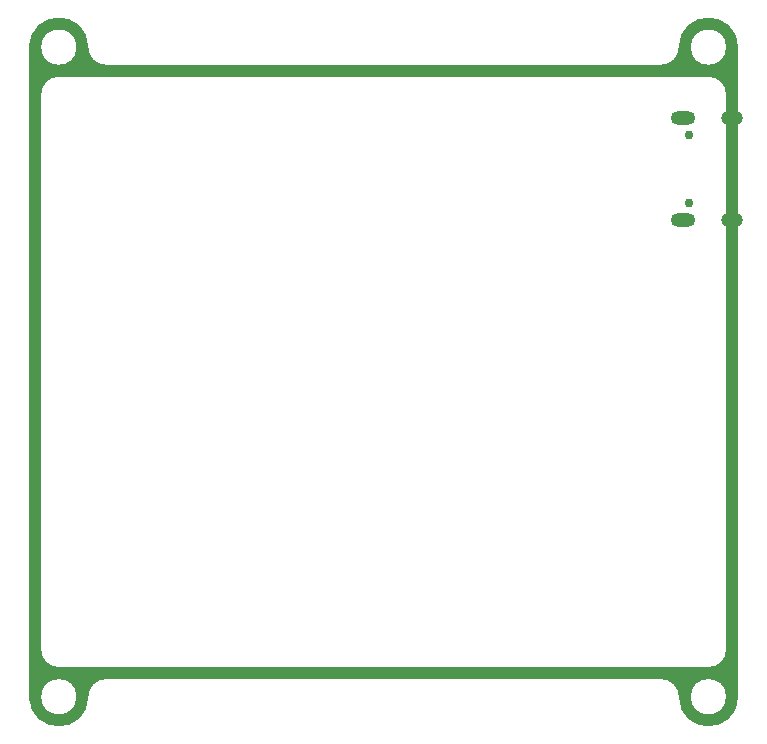
<source format=gbr>
%TF.GenerationSoftware,KiCad,Pcbnew,8.0.8*%
%TF.CreationDate,2025-05-20T22:02:41+02:00*%
%TF.ProjectId,Bernd_V1,4265726e-645f-4563-912e-6b696361645f,REV3*%
%TF.SameCoordinates,Original*%
%TF.FileFunction,Soldermask,Bot*%
%TF.FilePolarity,Negative*%
%FSLAX46Y46*%
G04 Gerber Fmt 4.6, Leading zero omitted, Abs format (unit mm)*
G04 Created by KiCad (PCBNEW 8.0.8) date 2025-05-20 22:02:41*
%MOMM*%
%LPD*%
G01*
G04 APERTURE LIST*
%ADD10C,1.000000*%
%ADD11C,0.760025*%
%ADD12O,2.060000X1.160000*%
%ADD13O,1.860000X1.260000*%
G04 APERTURE END LIST*
D10*
X59500000Y57500000D02*
G75*
G02*
X55500000Y57500000I-2000000J0D01*
G01*
X55500000Y57500000D02*
G75*
G02*
X59500000Y57500000I2000000J0D01*
G01*
X55500000Y57500000D02*
G75*
G02*
X53500000Y55500000I-1999999J-1D01*
G01*
X57499999Y55499999D02*
G75*
G02*
X59499999Y53499999I1J-1999999D01*
G01*
X59500000Y2499999D02*
G75*
G02*
X55500000Y2499999I-2000000J0D01*
G01*
X55500000Y2499999D02*
G75*
G02*
X59500000Y2499999I2000000J0D01*
G01*
X2500001Y4500001D02*
G75*
G02*
X500001Y6500001I-1J1999999D01*
G01*
X6500000Y55500000D02*
G75*
G02*
X4500000Y57500000I0J2000000D01*
G01*
X4500000Y57500000D02*
G75*
G02*
X500000Y57500000I-2000000J0D01*
G01*
X500000Y57500000D02*
G75*
G02*
X4500000Y57500000I2000000J0D01*
G01*
X59499999Y6500000D02*
G75*
G02*
X57499999Y4500000I-1999999J-1D01*
G01*
X4500000Y2500000D02*
G75*
G02*
X6500000Y4500000I2000000J0D01*
G01*
X500001Y53499999D02*
G75*
G02*
X2500001Y55499999I1999999J1D01*
G01*
X4500000Y2500000D02*
G75*
G02*
X500000Y2500000I-2000000J0D01*
G01*
X500000Y2500000D02*
G75*
G02*
X4500000Y2500000I2000000J0D01*
G01*
X53500000Y4499999D02*
G75*
G02*
X55500000Y2499999I0J-2000000D01*
G01*
D11*
%TO.C,J3*%
X55845072Y44300109D03*
X55845072Y50080145D03*
D12*
X55324879Y42865006D03*
D13*
X59525032Y42865006D03*
D12*
X55324879Y51514994D03*
D13*
X59525032Y51514994D03*
%TD*%
G36*
X59413242Y58996574D02*
G01*
X59457641Y58985915D01*
X59509226Y58959631D01*
X59543946Y58929977D01*
X59563731Y58908573D01*
X59593278Y58867906D01*
X59595520Y58864717D01*
X59609885Y58843579D01*
X59614056Y58837007D01*
X59627066Y58815010D01*
X59628998Y58811622D01*
X59748203Y58594788D01*
X59750028Y58591341D01*
X59761642Y58568545D01*
X59764954Y58561508D01*
X59775115Y58538031D01*
X59776608Y58534425D01*
X59867690Y58304377D01*
X59869067Y58300735D01*
X59877731Y58276671D01*
X59880140Y58269256D01*
X59887274Y58244697D01*
X59888300Y58240945D01*
X59949834Y58001290D01*
X59950744Y57997501D01*
X59956327Y57972523D01*
X59957787Y57964870D01*
X59961784Y57939631D01*
X59962332Y57935776D01*
X59993868Y57686136D01*
X59994249Y57682750D01*
X59996444Y57660466D01*
X59996925Y57653666D01*
X59997890Y57631342D01*
X59997991Y57627934D01*
X59999938Y57503925D01*
X59999945Y57503405D01*
X59999979Y57500450D01*
X59999986Y57499533D01*
X59999999Y57496373D01*
X60000000Y57495863D01*
X60000000Y2504137D01*
X59999999Y2503627D01*
X59999986Y2500467D01*
X59999979Y2499551D01*
X59999945Y2496595D01*
X59999938Y2496074D01*
X59997991Y2372066D01*
X59997890Y2368658D01*
X59996925Y2346334D01*
X59996444Y2339534D01*
X59994249Y2317250D01*
X59993868Y2313864D01*
X59962332Y2064224D01*
X59961784Y2060369D01*
X59957787Y2035130D01*
X59956327Y2027477D01*
X59950744Y2002499D01*
X59949834Y1998710D01*
X59888300Y1759055D01*
X59887274Y1755303D01*
X59880140Y1730744D01*
X59877731Y1723329D01*
X59869067Y1699265D01*
X59867690Y1695623D01*
X59776608Y1465575D01*
X59775115Y1461969D01*
X59764954Y1438492D01*
X59761642Y1431455D01*
X59750028Y1408659D01*
X59748203Y1405212D01*
X59629000Y1188382D01*
X59627068Y1184994D01*
X59614058Y1162997D01*
X59609889Y1156428D01*
X59595512Y1135271D01*
X59593270Y1132080D01*
X59563735Y1091428D01*
X59543946Y1070022D01*
X59509226Y1040369D01*
X59457645Y1014086D01*
X59413245Y1003426D01*
X59384296Y1000000D01*
X59265865Y1000000D01*
X59241674Y1002383D01*
X59184604Y1013735D01*
X59139905Y1032250D01*
X59101873Y1057662D01*
X59067661Y1091874D01*
X59042249Y1129906D01*
X59023733Y1174606D01*
X59012382Y1231675D01*
X59010000Y1255865D01*
X59010000Y3499994D01*
X59009998Y3500010D01*
X58992963Y3629409D01*
X58992961Y3629414D01*
X58943015Y3749996D01*
X58943015Y3749997D01*
X58863550Y3853556D01*
X58808513Y3895788D01*
X58767311Y3952216D01*
X58760000Y3994163D01*
X58760000Y5005838D01*
X58779685Y5072877D01*
X58808514Y5104214D01*
X58863551Y5146446D01*
X58943015Y5250004D01*
X58943015Y5250005D01*
X58992961Y5370587D01*
X58992963Y5370592D01*
X59009998Y5499991D01*
X59010000Y5500007D01*
X59010000Y54499994D01*
X59009998Y54500010D01*
X58992963Y54629409D01*
X58992961Y54629414D01*
X58943015Y54749996D01*
X58943015Y54749997D01*
X58863550Y54853556D01*
X58808513Y54895788D01*
X58767311Y54952216D01*
X58760000Y54994163D01*
X58760000Y56005838D01*
X58779685Y56072877D01*
X58808514Y56104214D01*
X58863551Y56146446D01*
X58943015Y56250004D01*
X58943015Y56250005D01*
X58992961Y56370587D01*
X58992963Y56370592D01*
X59009998Y56499991D01*
X59010000Y56500007D01*
X59010000Y58744136D01*
X59012382Y58768325D01*
X59023733Y58825395D01*
X59042249Y58870098D01*
X59067661Y58908129D01*
X59101871Y58942339D01*
X59139902Y58967751D01*
X59184605Y58986267D01*
X59241676Y58997618D01*
X59265865Y59000000D01*
X59384295Y59000000D01*
X59413242Y58996574D01*
G37*
G36*
X763327Y58997617D02*
G01*
X822312Y58985884D01*
X867010Y58967370D01*
X906662Y58940876D01*
X940875Y58906663D01*
X967369Y58867011D01*
X985883Y58822314D01*
X997617Y58763327D01*
X1000000Y58739134D01*
X1000000Y56500007D01*
X1000001Y56499991D01*
X1017036Y56370592D01*
X1017038Y56370587D01*
X1066984Y56250005D01*
X1066984Y56250004D01*
X1146448Y56146446D01*
X1201486Y56104214D01*
X1242689Y56047786D01*
X1250000Y56005838D01*
X1250000Y54994163D01*
X1230315Y54927124D01*
X1201487Y54895788D01*
X1146449Y54853556D01*
X1066984Y54749997D01*
X1066984Y54749996D01*
X1017038Y54629414D01*
X1017036Y54629409D01*
X1000001Y54500010D01*
X1000000Y54499994D01*
X1000000Y5500007D01*
X1000001Y5499991D01*
X1017036Y5370592D01*
X1017038Y5370587D01*
X1066984Y5250005D01*
X1066984Y5250004D01*
X1146448Y5146446D01*
X1201486Y5104214D01*
X1242689Y5047786D01*
X1250000Y5005838D01*
X1250000Y3994163D01*
X1230315Y3927124D01*
X1201487Y3895788D01*
X1146449Y3853556D01*
X1066984Y3749997D01*
X1066984Y3749996D01*
X1017038Y3629414D01*
X1017036Y3629409D01*
X1000001Y3500010D01*
X1000000Y3499994D01*
X1000000Y1260866D01*
X997617Y1236673D01*
X985883Y1177687D01*
X967369Y1132990D01*
X940875Y1093338D01*
X906662Y1059125D01*
X867010Y1032631D01*
X822313Y1014117D01*
X763328Y1002383D01*
X739135Y1000000D01*
X615705Y1000000D01*
X586756Y1003426D01*
X542356Y1014086D01*
X490776Y1040367D01*
X456056Y1070019D01*
X436266Y1091428D01*
X406715Y1132103D01*
X404475Y1135290D01*
X390114Y1156422D01*
X385943Y1162994D01*
X372933Y1184991D01*
X371001Y1188379D01*
X251796Y1405213D01*
X249971Y1408660D01*
X238357Y1431456D01*
X235045Y1438493D01*
X224884Y1461970D01*
X223391Y1465576D01*
X132309Y1695624D01*
X130932Y1699266D01*
X122268Y1723330D01*
X119859Y1730745D01*
X112725Y1755304D01*
X111699Y1759056D01*
X50165Y1998711D01*
X49255Y2002500D01*
X43672Y2027478D01*
X42212Y2035131D01*
X38215Y2060370D01*
X37667Y2064225D01*
X6131Y2313865D01*
X5750Y2317251D01*
X3555Y2339535D01*
X3074Y2346335D01*
X2109Y2368659D01*
X2008Y2372068D01*
X62Y2496076D01*
X56Y2496554D01*
X21Y2499510D01*
X13Y2500507D01*
X1Y2503667D01*
X0Y2504138D01*
X0Y57495863D01*
X1Y57496334D01*
X13Y57499494D01*
X21Y57500492D01*
X56Y57503447D01*
X62Y57503924D01*
X2008Y57627933D01*
X2109Y57631342D01*
X3074Y57653666D01*
X3555Y57660466D01*
X5750Y57682750D01*
X6131Y57686136D01*
X37667Y57935776D01*
X38215Y57939631D01*
X42212Y57964870D01*
X43672Y57972523D01*
X49255Y57997501D01*
X50165Y58001290D01*
X111699Y58240945D01*
X112725Y58244697D01*
X119859Y58269256D01*
X122268Y58276671D01*
X130932Y58300735D01*
X132309Y58304377D01*
X223391Y58534425D01*
X224884Y58538031D01*
X235045Y58561508D01*
X238357Y58568545D01*
X249971Y58591341D01*
X251796Y58594788D01*
X371001Y58811622D01*
X372933Y58815010D01*
X385943Y58837007D01*
X390114Y58843579D01*
X404479Y58864717D01*
X406721Y58867906D01*
X436268Y58908573D01*
X456053Y58929977D01*
X490773Y58959631D01*
X542359Y58985915D01*
X586759Y58996574D01*
X615705Y59000000D01*
X739135Y59000000D01*
X763327Y58997617D01*
G37*
G36*
X1072876Y56230315D02*
G01*
X1104212Y56201487D01*
X1146444Y56146450D01*
X1250004Y56066985D01*
X1370586Y56017039D01*
X1370591Y56017037D01*
X1499990Y56000002D01*
X1500007Y56000000D01*
X58509993Y56000000D01*
X58510009Y56000002D01*
X58639408Y56017037D01*
X58639413Y56017039D01*
X58759995Y56066985D01*
X58759996Y56066985D01*
X58863555Y56146450D01*
X58905788Y56201487D01*
X58962216Y56242689D01*
X59004163Y56250000D01*
X59876000Y56250000D01*
X59943039Y56230315D01*
X59988794Y56177511D01*
X60000000Y56126000D01*
X60000000Y54874000D01*
X59980315Y54806961D01*
X59927511Y54761206D01*
X59876000Y54750000D01*
X59004163Y54750000D01*
X58937124Y54769685D01*
X58905788Y54798513D01*
X58863555Y54853551D01*
X58759995Y54933016D01*
X58639413Y54982962D01*
X58639408Y54982964D01*
X58510009Y54999999D01*
X58509993Y55000000D01*
X1500007Y55000000D01*
X1499990Y54999999D01*
X1370591Y54982964D01*
X1370586Y54982962D01*
X1250004Y54933016D01*
X1250003Y54933016D01*
X1146444Y54853551D01*
X1104212Y54798513D01*
X1047784Y54757311D01*
X1005837Y54750000D01*
X124000Y54750000D01*
X56961Y54769685D01*
X11206Y54822489D01*
X0Y54874000D01*
X0Y56126000D01*
X19685Y56193039D01*
X72489Y56238794D01*
X124000Y56250000D01*
X1005837Y56250000D01*
X1072876Y56230315D01*
G37*
G36*
X1072876Y5230315D02*
G01*
X1104212Y5201487D01*
X1146444Y5146450D01*
X1250004Y5066985D01*
X1370586Y5017039D01*
X1370591Y5017037D01*
X1499990Y5000002D01*
X1500007Y5000000D01*
X58509993Y5000000D01*
X58510009Y5000002D01*
X58639408Y5017037D01*
X58639413Y5017039D01*
X58759995Y5066985D01*
X58759996Y5066985D01*
X58863555Y5146450D01*
X58905788Y5201487D01*
X58962216Y5242689D01*
X59004163Y5250000D01*
X59876000Y5250000D01*
X59943039Y5230315D01*
X59988794Y5177511D01*
X60000000Y5126000D01*
X60000000Y3874000D01*
X59980315Y3806961D01*
X59927511Y3761206D01*
X59876000Y3750000D01*
X59004163Y3750000D01*
X58937124Y3769685D01*
X58905788Y3798513D01*
X58863555Y3853551D01*
X58759995Y3933016D01*
X58639413Y3982962D01*
X58639408Y3982964D01*
X58510009Y3999999D01*
X58509993Y4000000D01*
X1500007Y4000000D01*
X1499990Y3999999D01*
X1370591Y3982964D01*
X1370586Y3982962D01*
X1250004Y3933016D01*
X1250003Y3933016D01*
X1146444Y3853551D01*
X1104212Y3798513D01*
X1047784Y3757311D01*
X1005837Y3750000D01*
X124000Y3750000D01*
X56961Y3769685D01*
X11206Y3822489D01*
X0Y3874000D01*
X0Y5126000D01*
X19685Y5193039D01*
X72489Y5238794D01*
X124000Y5250000D01*
X1005837Y5250000D01*
X1072876Y5230315D01*
G37*
M02*

</source>
